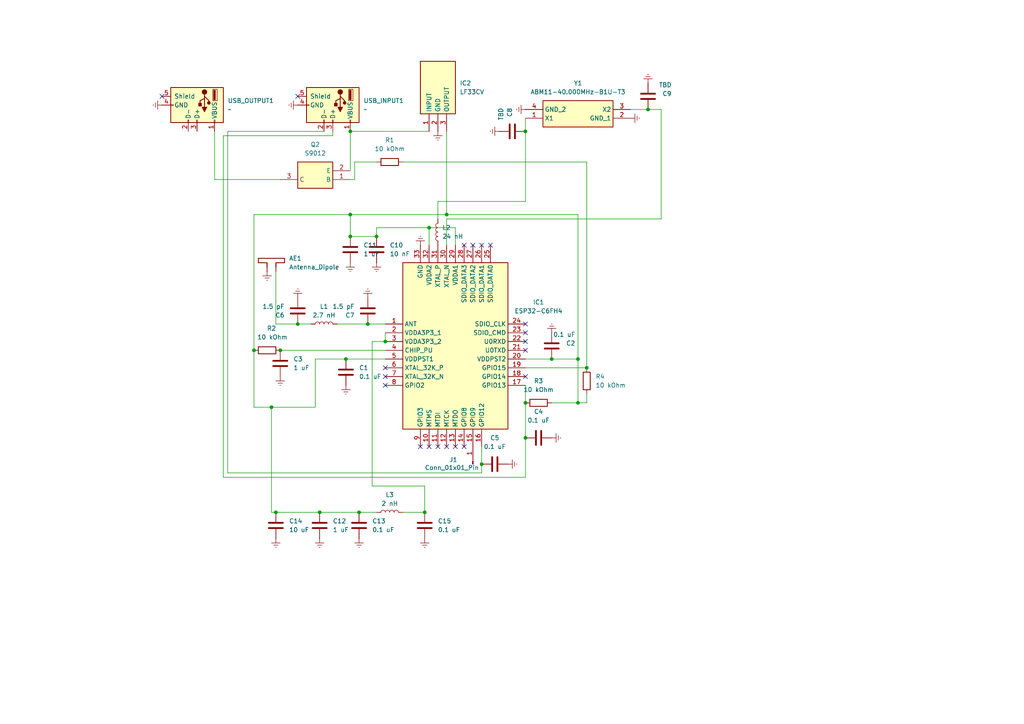
<source format=kicad_sch>
(kicad_sch (version 20231120) (generator "eeschema") (generator_version "8.0")
  (paper "A4")
  (lib_symbols
    (symbol "ABM11:ABM11-40.000MHz-B1U-T3"
      (property "Reference" "Y" (at 26.67 7.62 0))
      (property "Value" "ABM11-40.000MHz-B1U-T3" (at 26.67 5.08 0))
      (symbol "ABM11-40.000MHz-B1U-T3_1_1"
        (rectangle (start 5.08 2.54) (end 25.4 -5.08) (stroke (width 0.254)) (fill (type background)))
        (pin passive line (at 0 -2.54 0) (length 5.08) (name "X1") (number "1"))
        (pin passive line (at 30.48 -2.54 180) (length 5.08) (name "GND_1") (number "2"))
        (pin passive line (at 30.48 0 180) (length 5.08) (name "X2") (number "3"))
        (pin passive line (at 0 0 0) (length 5.08) (name "GND_2") (number "4"))
      )
    )
    (symbol "Connector:Conn_01x01_Pin" (pin_names (offset 1.016) hide)
      (property "Reference" "J" (at 0 2.54 0))
      (property "Value" "Conn_01x01_Pin" (at 0 -2.54 0))
      (symbol "Conn_01x01_Pin_1_1"
        (polyline (pts (xy 1.27 0) (xy 0.8636 0)) (stroke (width 0.1524)))
        (rectangle (start 0.8636 0.127) (end 0 -0.127) (stroke (width 0.1524)) (fill (type outline)))
        (pin passive line (at 5.08 0 180) (length 3.81) (name "Pin_1") (number "1"))
      )
    )
    (symbol "Connector:USB_A" (pin_names (offset 1.016))
      (property "Reference" "J" (at -5.08 11.43 0))
      (property "Value" "USB_A" (at -5.08 8.89 0))
      (symbol "USB_A_0_1"
        (rectangle (start -5.08 -7.62) (end 5.08 7.62) (stroke (width 0.254)) (fill (type background)))
        (circle (center -3.81 2.159) (radius 0.635) (stroke (width 0.254)) (fill (type outline)))
        (rectangle (start -1.524 4.826) (end -4.318 5.334) (fill (type outline)))
        (rectangle (start -1.27 4.572) (end -4.572 5.842))
        (circle (center -0.635 3.429) (radius 0.381) (stroke (width 0.254)) (fill (type outline)))
        (rectangle (start -0.127 -7.62) (end 0.127 -6.858))
        (polyline (pts (xy -3.175 2.159) (xy -2.54 2.159) (xy -1.27 3.429) (xy -0.635 3.429)) (stroke (width 0.254)))
        (polyline (pts (xy -2.54 2.159) (xy -1.905 2.159) (xy -1.27 0.889) (xy 0 0.889)) (stroke (width 0.254)))
        (polyline (pts (xy 0.635 2.794) (xy 0.635 1.524) (xy 1.905 2.159) (xy 0.635 2.794)) (stroke (width 0.254)) (fill (type outline)))
        (rectangle (start 0.254 1.27) (end -0.508 0.508) (stroke (width 0.254)) (fill (type outline)))
        (rectangle (start 5.08 -2.667) (end 4.318 -2.413))
        (rectangle (start 5.08 -0.127) (end 4.318 0.127))
        (rectangle (start 5.08 4.953) (end 4.318 5.207))
      )
      (symbol "USB_A_1_1"
        (polyline (pts (xy -1.905 2.159) (xy 0.635 2.159)) (stroke (width 0.254)))
        (pin power_in line (at 7.62 5.08 180) (length 2.54) (name "VBUS") (number "1"))
        (pin bidirectional line (at 7.62 -2.54 180) (length 2.54) (name "D-") (number "2"))
        (pin bidirectional line (at 7.62 0 180) (length 2.54) (name "D+") (number "3"))
        (pin power_in line (at 0 -10.16 90) (length 2.54) (name "GND") (number "4"))
        (pin passive line (at -2.54 -10.16 90) (length 2.54) (name "Shield") (number "5"))
      )
    )
    (symbol "Device:Antenna_Dipole" (pin_numbers hide) (pin_names (offset 1.016) hide)
      (property "Reference" "AE" (at 1.27 1.27 0))
      (property "Value" "Antenna_Dipole" (at 1.27 0 0))
      (symbol "Antenna_Dipole_0_1"
        (polyline (pts (xy 2.54 -3.81) (xy 2.54 -2.54) (xy 5.08 -2.54) (xy 5.08 -1.27) (xy -2.54 -1.27) (xy -2.54 -2.54) (xy 0 -2.54) (xy 0 -3.81)) (stroke (width 0.254)))
      )
      (symbol "Antenna_Dipole_1_1"
        (pin input line (at 0 -5.08 90) (length 2.54) (name "~") (number "1"))
        (pin input line (at 2.54 -5.08 90) (length 2.54) (name "~") (number "2"))
      )
    )
    (symbol "Device:C" (pin_numbers hide) (pin_names (offset 0.254))
      (property "Reference" "C" (at 0.635 2.54 0))
      (property "Value" "C" (at 0.635 -2.54 0))
      (symbol "C_0_1"
        (polyline (pts (xy -2.032 -0.762) (xy 2.032 -0.762)) (stroke (width 0.508)))
        (polyline (pts (xy -2.032 0.762) (xy 2.032 0.762)) (stroke (width 0.508)))
      )
      (symbol "C_1_1"
        (pin passive line (at 0 3.81 270) (length 2.794) (name "~") (number "1"))
        (pin passive line (at 0 -3.81 90) (length 2.794) (name "~") (number "2"))
      )
    )
    (symbol "Device:L" (pin_numbers hide) (pin_names (offset 1.016) hide)
      (property "Reference" "L" (at -1.27 0 90))
      (property "Value" "L" (at 1.905 0 90))
      (symbol "L_0_1"
        (arc (start 0 -2.54) (mid 0.6323 -1.905) (end 0 -1.27))
        (arc (start 0 -1.27) (mid 0.6323 -0.635) (end 0 0))
        (arc (start 0 0) (mid 0.6323 0.635) (end 0 1.27))
        (arc (start 0 1.27) (mid 0.6323 1.905) (end 0 2.54))
      )
      (symbol "L_1_1"
        (pin passive line (at 0 3.81 270) (length 1.27) (name "1") (number "1"))
        (pin passive line (at 0 -3.81 90) (length 1.27) (name "2") (number "2"))
      )
    )
    (symbol "Device:R" (pin_numbers hide) (pin_names (offset 0))
      (property "Reference" "R" (at 2.032 0 90))
      (property "Value" "R" (at 0 0 90))
      (symbol "R_0_1"
        (rectangle (start -1.016 -2.54) (end 1.016 2.54) (stroke (width 0.254)))
      )
      (symbol "R_1_1"
        (pin passive line (at 0 3.81 270) (length 1.27) (name "~") (number "1"))
        (pin passive line (at 0 -3.81 90) (length 1.27) (name "~") (number "2"))
      )
    )
    (symbol "ESP32-C6FH4:ESP32-C6FH4"
      (property "Reference" "IC" (at 36.83 22.86 0))
      (property "Value" "ESP32-C6FH4" (at 36.83 20.32 0))
      (symbol "ESP32-C6FH4_1_1"
        (rectangle (start 5.08 17.78) (end 35.56 -30.48) (stroke (width 0.254)) (fill (type background)))
        (pin passive line (at 0 0 0) (length 5.08) (name "ANT") (number "1"))
        (pin passive line (at 12.7 -35.56 90) (length 5.08) (name "MTMS") (number "10"))
        (pin passive line (at 15.24 -35.56 90) (length 5.08) (name "MTDI") (number "11"))
        (pin passive line (at 17.78 -35.56 90) (length 5.08) (name "MTCK") (number "12"))
        (pin passive line (at 20.32 -35.56 90) (length 5.08) (name "MTDO") (number "13"))
        (pin passive line (at 22.86 -35.56 90) (length 5.08) (name "GPIO8") (number "14"))
        (pin passive line (at 25.4 -35.56 90) (length 5.08) (name "GPIO9") (number "15"))
        (pin passive line (at 27.94 -35.56 90) (length 5.08) (name "GPIO12") (number "16"))
        (pin passive line (at 40.64 -17.78 180) (length 5.08) (name "GPIO13") (number "17"))
        (pin passive line (at 40.64 -15.24 180) (length 5.08) (name "GPIO14") (number "18"))
        (pin passive line (at 40.64 -12.7 180) (length 5.08) (name "GPIO15") (number "19"))
        (pin passive line (at 0 -2.54 0) (length 5.08) (name "VDDA3P3_1") (number "2"))
        (pin passive line (at 40.64 -10.16 180) (length 5.08) (name "VDDPST2") (number "20"))
        (pin passive line (at 40.64 -7.62 180) (length 5.08) (name "U0TXD") (number "21"))
        (pin passive line (at 40.64 -5.08 180) (length 5.08) (name "U0RXD") (number "22"))
        (pin passive line (at 40.64 -2.54 180) (length 5.08) (name "SDIO_CMD") (number "23"))
        (pin passive line (at 40.64 0 180) (length 5.08) (name "SDIO_CLK") (number "24"))
        (pin passive line (at 30.48 22.86 270) (length 5.08) (name "SDIO_DATA0") (number "25"))
        (pin passive line (at 27.94 22.86 270) (length 5.08) (name "SDIO_DATA1") (number "26"))
        (pin passive line (at 25.4 22.86 270) (length 5.08) (name "SDIO_DATA2") (number "27"))
        (pin passive line (at 22.86 22.86 270) (length 5.08) (name "SDIO_DATA3") (number "28"))
        (pin passive line (at 20.32 22.86 270) (length 5.08) (name "VDDA1") (number "29"))
        (pin passive line (at 0 -5.08 0) (length 5.08) (name "VDDA3P3_2") (number "3"))
        (pin passive line (at 17.78 22.86 270) (length 5.08) (name "XTAL_N") (number "30"))
        (pin passive line (at 15.24 22.86 270) (length 5.08) (name "XTAL_P") (number "31"))
        (pin passive line (at 12.7 22.86 270) (length 5.08) (name "VDDA2") (number "32"))
        (pin passive line (at 10.16 22.86 270) (length 5.08) (name "GND") (number "33"))
        (pin passive line (at 0 -7.62 0) (length 5.08) (name "CHIP_PU") (number "4"))
        (pin passive line (at 0 -10.16 0) (length 5.08) (name "VDDPST1") (number "5"))
        (pin passive line (at 0 -12.7 0) (length 5.08) (name "XTAL_32K_P") (number "6"))
        (pin passive line (at 0 -15.24 0) (length 5.08) (name "XTAL_32K_N") (number "7"))
        (pin passive line (at 0 -17.78 0) (length 5.08) (name "GPIO2") (number "8"))
        (pin passive line (at 10.16 -35.56 90) (length 5.08) (name "GPIO3") (number "9"))
      )
    )
    (symbol "LF33CV:LF33CV"
      (property "Reference" "IC" (at 21.59 7.62 0))
      (property "Value" "LF33CV" (at 21.59 5.08 0))
      (symbol "LF33CV_1_1"
        (rectangle (start 5.08 2.54) (end 20.32 -7.62) (stroke (width 0.254)) (fill (type background)))
        (pin passive line (at 0 0 0) (length 5.08) (name "INPUT") (number "1"))
        (pin passive line (at 0 -2.54 0) (length 5.08) (name "GND") (number "2"))
        (pin passive line (at 0 -5.08 0) (length 5.08) (name "OUTPUT") (number "3"))
      )
    )
    (symbol "S9012:MMS9012-L-TP"
      (property "Reference" "Q" (at 16.51 7.62 0))
      (property "Value" "MMS9012-L-TP" (at 16.51 5.08 0))
      (symbol "MMS9012-L-TP_1_1"
        (rectangle (start 5.08 2.54) (end 15.24 -5.08) (stroke (width 0.254)) (fill (type background)))
        (pin passive line (at 0 0 0) (length 5.08) (name "B") (number "1"))
        (pin passive line (at 0 -2.54 0) (length 5.08) (name "E") (number "2"))
        (pin passive line (at 20.32 0 180) (length 5.08) (name "C") (number "3"))
      )
    )
    (symbol "power:GNDREF" (power) (pin_numbers hide) (pin_names (offset 0) hide)
      (property "Value" "GNDREF" (at 0 -3.81 0))
      (symbol "GNDREF_0_1"
        (polyline (pts (xy -0.635 -1.905) (xy 0.635 -1.905)))
        (polyline (pts (xy -0.127 -2.54) (xy 0.127 -2.54)))
        (polyline (pts (xy 0 -1.27) (xy 0 0)))
        (polyline (pts (xy 1.27 -1.27) (xy -1.27 -1.27)))
      )
      (symbol "GNDREF_1_1"
        (pin power_in line (at 0 0 270) (length 0) (name "~") (number "1"))
      )
    )
  )
  (junction (at 111.76 99.06))
  (junction (at 170.18 106.68))
  (junction (at 81.28 101.6))
  (junction (at 129.54 62.23))
  (junction (at 187.96 31.75))
  (junction (at 100.33 104.14))
  (junction (at 101.6 68.58))
  (junction (at 167.64 116.84))
  (junction (at 123.19 148.59))
  (junction (at 78.74 118.11))
  (junction (at 139.7 134.62))
  (junction (at 101.6 62.23))
  (junction (at 152.4 116.84))
  (junction (at 86.36 93.98))
  (junction (at 160.02 104.14))
  (junction (at 109.22 68.58))
  (junction (at 106.68 93.98))
  (junction (at 80.01 148.59))
  (junction (at 73.66 101.6))
  (junction (at 101.6 38.1))
  (junction (at 152.4 127))
  (junction (at 104.14 148.59))
  (junction (at 124.46 66.04))
  (junction (at 167.64 104.14))
  (junction (at 152.4 38.1))
  (junction (at 92.71 148.59))
  (no_connect (at 111.76 111.76))
  (no_connect (at 132.08 129.54))
  (no_connect (at 86.36 27.94))
  (no_connect (at 127 129.54))
  (no_connect (at 152.4 96.52))
  (no_connect (at 121.92 129.54))
  (no_connect (at 124.46 129.54))
  (no_connect (at 152.4 109.22))
  (no_connect (at 142.24 71.12))
  (no_connect (at 111.76 106.68))
  (no_connect (at 152.4 101.6))
  (no_connect (at 129.54 129.54))
  (no_connect (at 111.76 109.22))
  (no_connect (at 152.4 93.98))
  (no_connect (at 137.16 71.12))
  (no_connect (at 46.99 27.94))
  (no_connect (at 139.7 71.12))
  (no_connect (at 134.62 129.54))
  (no_connect (at 134.62 71.12))
  (no_connect (at 152.4 99.06))
  (wire (pts (xy 170.18 106.68) (xy 170.18 46.99)))
  (wire (pts (xy 66.04 38.1) (xy 93.98 38.1)))
  (wire (pts (xy 129.54 38.1) (xy 129.54 62.23)))
  (wire (pts (xy 123.19 140.97) (xy 123.19 148.59)))
  (wire (pts (xy 127 58.42) (xy 152.4 58.42)))
  (wire (pts (xy 160.02 116.84) (xy 167.64 116.84)))
  (wire (pts (xy 102.87 46.99) (xy 109.22 46.99)))
  (wire (pts (xy 66.04 137.16) (xy 66.04 38.1)))
  (wire (pts (xy 101.6 62.23) (xy 129.54 62.23)))
  (wire (pts (xy 111.76 96.52) (xy 111.76 99.06)))
  (wire (pts (xy 64.77 39.37) (xy 96.52 39.37)))
  (wire (pts (xy 80.01 148.59) (xy 92.71 148.59)))
  (wire (pts (xy 91.44 118.11) (xy 78.74 118.11)))
  (wire (pts (xy 132.08 66.04) (xy 124.46 66.04)))
  (wire (pts (xy 139.7 137.16) (xy 66.04 137.16)))
  (wire (pts (xy 107.95 99.06) (xy 107.95 140.97)))
  (wire (pts (xy 152.4 106.68) (xy 170.18 106.68)))
  (wire (pts (xy 187.96 31.75) (xy 182.88 31.75)))
  (wire (pts (xy 152.4 116.84) (xy 152.4 127)))
  (wire (pts (xy 102.87 52.07) (xy 102.87 46.99)))
  (wire (pts (xy 170.18 116.84) (xy 167.64 116.84)))
  (wire (pts (xy 132.08 71.12) (xy 132.08 66.04)))
  (wire (pts (xy 81.28 101.6) (xy 111.76 101.6)))
  (wire (pts (xy 152.4 111.76) (xy 152.4 116.84)))
  (wire (pts (xy 160.02 104.14) (xy 167.64 104.14)))
  (wire (pts (xy 152.4 127) (xy 152.4 138.43)))
  (wire (pts (xy 100.33 104.14) (xy 91.44 104.14)))
  (wire (pts (xy 101.6 38.1) (xy 101.6 49.53)))
  (wire (pts (xy 80.01 93.98) (xy 86.36 93.98)))
  (wire (pts (xy 78.74 118.11) (xy 73.66 118.11)))
  (wire (pts (xy 101.6 62.23) (xy 101.6 68.58)))
  (wire (pts (xy 73.66 118.11) (xy 73.66 101.6)))
  (wire (pts (xy 64.77 138.43) (xy 64.77 39.37)))
  (wire (pts (xy 92.71 148.59) (xy 104.14 148.59)))
  (wire (pts (xy 152.4 138.43) (xy 64.77 138.43)))
  (wire (pts (xy 127 63.5) (xy 127 58.42)))
  (wire (pts (xy 129.54 62.23) (xy 167.64 62.23)))
  (wire (pts (xy 101.6 52.07) (xy 102.87 52.07)))
  (wire (pts (xy 106.68 93.98) (xy 111.76 93.98)))
  (wire (pts (xy 129.54 63.5) (xy 191.77 63.5)))
  (wire (pts (xy 116.84 148.59) (xy 123.19 148.59)))
  (wire (pts (xy 191.77 31.75) (xy 187.96 31.75)))
  (wire (pts (xy 191.77 63.5) (xy 191.77 31.75)))
  (wire (pts (xy 62.23 52.07) (xy 62.23 38.1)))
  (wire (pts (xy 129.54 71.12) (xy 129.54 63.5)))
  (wire (pts (xy 170.18 114.3) (xy 170.18 116.84)))
  (wire (pts (xy 152.4 58.42) (xy 152.4 38.1)))
  (wire (pts (xy 152.4 104.14) (xy 160.02 104.14)))
  (wire (pts (xy 167.64 104.14) (xy 167.64 62.23)))
  (wire (pts (xy 80.01 148.59) (xy 78.74 148.59)))
  (wire (pts (xy 81.28 52.07) (xy 62.23 52.07)))
  (wire (pts (xy 111.76 104.14) (xy 100.33 104.14)))
  (wire (pts (xy 97.79 93.98) (xy 106.68 93.98)))
  (wire (pts (xy 124.46 66.04) (xy 109.22 66.04)))
  (wire (pts (xy 96.52 39.37) (xy 96.52 38.1)))
  (wire (pts (xy 111.76 99.06) (xy 107.95 99.06)))
  (wire (pts (xy 167.64 116.84) (xy 167.64 104.14)))
  (wire (pts (xy 139.7 134.62) (xy 139.7 137.16)))
  (wire (pts (xy 101.6 68.58) (xy 109.22 68.58)))
  (wire (pts (xy 80.01 78.74) (xy 80.01 93.98)))
  (wire (pts (xy 139.7 129.54) (xy 139.7 134.62)))
  (wire (pts (xy 104.14 148.59) (xy 109.22 148.59)))
  (wire (pts (xy 152.4 38.1) (xy 152.4 34.29)))
  (wire (pts (xy 124.46 66.04) (xy 124.46 71.12)))
  (wire (pts (xy 78.74 148.59) (xy 78.74 118.11)))
  (wire (pts (xy 73.66 62.23) (xy 101.6 62.23)))
  (wire (pts (xy 107.95 140.97) (xy 123.19 140.97)))
  (wire (pts (xy 86.36 93.98) (xy 90.17 93.98)))
  (wire (pts (xy 109.22 66.04) (xy 109.22 68.58)))
  (wire (pts (xy 170.18 46.99) (xy 116.84 46.99)))
  (wire (pts (xy 73.66 62.23) (xy 73.66 101.6)))
  (wire (pts (xy 101.6 38.1) (xy 124.46 38.1)))
  (wire (pts (xy 91.44 104.14) (xy 91.44 118.11)))
  (symbol (lib_id "power:GNDREF") (at 109.22 76.2 0) (unit 1)
    (property "Reference" "#PWR017" (effects (hide yes)))
    (property "Value" "GNDREF" (effects (hide yes)))
    (property "Description" "Power symbol creates a global label with name \"GNDREF\" , reference supply ground" (effects (hide yes)))
  )
  (symbol (lib_id "power:GNDREF") (at 92.71 156.21 0) (unit 1)
    (property "Reference" "#PWR021" (effects (hide yes)))
    (property "Value" "GNDREF" (effects (hide yes)))
    (property "Description" "Power symbol creates a global label with name \"GNDREF\" , reference supply ground" (effects (hide yes)))
  )
  (symbol (lib_id "Connector:USB_A") (at 57.15 30.48 270) (unit 1)
    (property "Reference" "USB_OUTPUT1" (at 66.04 29.2099 90) (effects (justify left)))
    (property "Value" "~" (at 66.04 31.7499 90) (effects (justify left)))
    (property "Datasheet" " ~" (effects (hide yes)))
    (property "Description" "USB Type A connector" (effects (hide yes)))
  )
  (symbol (lib_id "power:GNDREF") (at 80.01 156.21 0) (unit 1)
    (property "Reference" "#PWR022" (effects (hide yes)))
    (property "Value" "GNDREF" (effects (hide yes)))
    (property "Description" "Power symbol creates a global label with name \"GNDREF\" , reference supply ground" (effects (hide yes)))
  )
  (symbol (lib_id "Device:L") (at 113.03 148.59 90) (unit 1)
    (property "Reference" "L3" (at 113.03 143.51 90))
    (property "Value" "2 nH" (at 113.03 146.05 90))
    (property "Footprint" "Inductor_SMD:L_0402_1005Metric" (effects (hide yes)))
    (property "Description" "Inductor" (effects (hide yes)))
  )
  (symbol (lib_id "S9012:MMS9012-L-TP") (at 101.6 52.07 180) (unit 1)
    (property "Reference" "Q2" (at 91.44 41.91 0))
    (property "Value" "S9012" (at 91.44 44.45 0))
    (property "Footprint" "SOT95P237X125-3N" (effects (hide yes)))
    (property "Datasheet" "https://datasheet.lcsc.com/lcsc/2101051034_GOODWORK-S9012_C909748.pdf" (effects (hide yes)))
    (property "Description" "Small Signal Bipolar Transistors" (effects (hide yes)))
    (property "Manufacturer" "GOODWORK" (effects (hide yes)))
    (property "Mfg Part #" "S9012" (effects (hide yes)))
    (property "LCSC" "C909748" (effects (hide yes)))
    (property "Package/Footprint" "SOT-23" (effects (hide yes)))
    (property "Type" "SMD" (effects (hide yes)))
  )
  (symbol (lib_id "power:GNDREF") (at 160.02 96.52 180) (unit 1)
    (property "Reference" "#PWR05" (effects (hide yes)))
    (property "Value" "GNDREF" (effects (hide yes)))
    (property "Description" "Power symbol creates a global label with name \"GNDREF\" , reference supply ground" (effects (hide yes)))
  )
  (symbol (lib_id "Device:L") (at 127 67.31 180) (unit 1)
    (property "Reference" "L2" (at 128.27 66.0399 0) (effects (justify right)))
    (property "Value" "24 nH" (at 128.27 68.5799 0) (effects (justify right)))
    (property "Footprint" "Inductor_SMD:L_0402_1005Metric" (effects (hide yes)))
    (property "Description" "Inductor" (effects (hide yes)))
  )
  (symbol (lib_id "Device:C") (at 148.59 38.1 270) (unit 1)
    (property "Reference" "C8" (at 147.828 31.242 0) (effects (justify left)))
    (property "Value" "TBD" (at 145.288 31.242 0) (effects (justify left)))
    (property "Footprint" "Capacitor_SMD:C_0402_1005Metric" (effects (hide yes)))
    (property "Description" "Unpolarized capacitor" (effects (hide yes)))
  )
  (symbol (lib_id "power:GNDREF") (at 127 38.1 0) (unit 1)
    (property "Reference" "#PWR03" (effects (hide yes)))
    (property "Value" "GNDREF" (effects (hide yes)))
    (property "Description" "Power symbol creates a global label with name \"GNDREF\" , reference supply ground" (effects (hide yes)))
  )
  (symbol (lib_id "Device:R") (at 77.47 101.6 90) (unit 1)
    (property "Reference" "R2" (at 78.74 95.25 90))
    (property "Value" "10 kOhm" (at 78.994 97.79 90))
    (property "Footprint" "Resistor_SMD:R_0402_1005Metric" (effects (hide yes)))
    (property "Datasheet" "https://datasheet.lcsc.com/lcsc/2206010100_UNI-ROYAL-Uniroyal-Elec-0402WGF1002TCE_C25744.pdf" (effects (hide yes)))
    (property "Description" "Resistor" (effects (hide yes)))
    (property "LCSC" "C25744" (effects (hide yes)))
    (property "Manufacturer" "UNI-ROYAL(Uniroyal Elec)" (effects (hide yes)))
    (property "Mfg Part #" "0402WGF1002TCE" (effects (hide yes)))
    (property "Package/Footprint" "0402" (effects (hide yes)))
    (property "Type" "SMD" (effects (hide yes)))
  )
  (symbol (lib_id "power:GNDREF") (at 100.33 111.76 0) (unit 1)
    (property "Reference" "#PWR04" (effects (hide yes)))
    (property "Value" "GNDREF" (effects (hide yes)))
    (property "Description" "Power symbol creates a global label with name \"GNDREF\" , reference supply ground" (effects (hide yes)))
  )
  (symbol (lib_id "Device:R") (at 156.21 116.84 90) (unit 1)
    (property "Reference" "R3" (at 156.21 110.49 90))
    (property "Value" "10 kOhm" (at 156.21 113.03 90))
    (property "Footprint" "Resistor_SMD:R_0402_1005Metric" (effects (hide yes)))
    (property "Datasheet" "https://datasheet.lcsc.com/lcsc/2206010100_UNI-ROYAL-Uniroyal-Elec-0402WGF1002TCE_C25744.pdf" (effects (hide yes)))
    (property "Description" "Resistor" (effects (hide yes)))
    (property "LCSC" "C25744" (effects (hide yes)))
    (property "Manufacturer" "UNI-ROYAL(Uniroyal Elec)" (effects (hide yes)))
    (property "Mfg Part #" "0402WGF1002TCE" (effects (hide yes)))
    (property "Package/Footprint" "0402" (effects (hide yes)))
    (property "Type" "SMD" (effects (hide yes)))
  )
  (symbol (lib_id "power:GNDREF") (at 144.78 38.1 270) (unit 1)
    (property "Reference" "#PWR015" (effects (hide yes)))
    (property "Value" "GNDREF" (effects (hide yes)))
    (property "Description" "Power symbol creates a global label with name \"GNDREF\" , reference supply ground" (effects (hide yes)))
  )
  (symbol (lib_id "Device:L") (at 93.98 93.98 90) (unit 1)
    (property "Reference" "L1" (at 93.98 88.9 90))
    (property "Value" "2.7 nH" (at 93.98 91.44 90))
    (property "Footprint" "Inductor_SMD:L_0402_1005Metric" (effects (hide yes)))
    (property "Description" "Inductor" (effects (hide yes)))
  )
  (symbol (lib_id "Connector:Conn_01x01_Pin") (at 137.16 134.62 90) (unit 1)
    (property "Reference" "J1" (at 130.302 133.35 90) (effects (justify right)))
    (property "Value" "Conn_01x01_Pin" (at 123.19 135.636 90) (effects (justify right)))
    (property "Description" "Generic connector, single row, 01x01, script generated" (effects (hide yes)))
  )
  (symbol (lib_id "Device:C") (at 104.14 152.4 0) (unit 1)
    (property "Reference" "C13" (at 107.95 151.1299 0) (effects (justify left)))
    (property "Value" "0.1 uF" (at 107.95 153.6699 0) (effects (justify left)))
    (property "Footprint" "Capacitor_SMD:C_0402_1005Metric" (effects (hide yes)))
    (property "Datasheet" "https://datasheet.lcsc.com/lcsc/2304140030_Samsung-Electro-Mechanics-CL05B104KO5NNNC_C1525.pdf" (effects (hide yes)))
    (property "Description" "16V 100nF X7R ±10% 0402 Multilayer Ceramic Capacitors MLCC - SMD/SMT ROHS" (effects (hide yes)))
    (property "LCSC" "C1525" (effects (hide yes)))
    (property "Manufacturer" "Samsung Electro-Mechanics" (effects (hide yes)))
    (property "Mfg Part #" "CL05B104KO5NNNC" (effects (hide yes)))
    (property "Package/Footprint" "0402" (effects (hide yes)))
    (property "Type" "SMD" (effects (hide yes)))
  )
  (symbol (lib_id "Device:Antenna_Dipole") (at 77.47 73.66 0) (unit 1)
    (property "Reference" "AE1" (at 83.82 74.9299 0) (effects (justify left)))
    (property "Value" "Antenna_Dipole" (at 83.82 77.4699 0) (effects (justify left)))
    (property "Footprint" "RF_Antenna:Texas_SWRA117D_2.4GHz_Left" (effects (hide yes)))
    (property "Description" "Wifi Antenna" (effects (hide yes)))
  )
  (symbol (lib_id "power:GNDREF") (at 81.28 109.22 0) (unit 1)
    (property "Reference" "#PWR07" (effects (hide yes)))
    (property "Value" "GNDREF" (effects (hide yes)))
    (property "Description" "Power symbol creates a global label with name \"GNDREF\" , reference supply ground" (effects (hide yes)))
  )
  (symbol (lib_id "Device:C") (at 106.68 90.17 180) (unit 1)
    (property "Reference" "C7" (at 102.87 91.4401 0) (effects (justify left)))
    (property "Value" "1.5 pF" (at 102.87 88.9001 0) (effects (justify left)))
    (property "Footprint" "Capacitor_SMD:C_0402_1005Metric" (effects (hide yes)))
    (property "Description" "Unpolarized capacitor" (effects (hide yes)))
  )
  (symbol (lib_id "Device:C") (at 92.71 152.4 0) (unit 1)
    (property "Reference" "C12" (at 96.52 151.1299 0) (effects (justify left)))
    (property "Value" "1 uF" (at 96.52 153.6699 0) (effects (justify left)))
    (property "Footprint" "Capacitor_SMD:C_0402_1005Metric" (effects (hide yes)))
    (property "Datasheet" "https://datasheet.lcsc.com/lcsc/2304140030_Samsung-Electro-Mechanics-CL05A105KA5NQNC_C52923.pdf" (effects (hide yes)))
    (property "Description" "25V 1uF X5R ±10% 0402 Multilayer Ceramic Capacitors MLCC - SMD/SMT ROHS" (effects (hide yes)))
    (property "Manufacturer" "Samsung Electro-Mechanics" (effects (hide yes)))
    (property "LCSC" "C52923" (effects (hide yes)))
    (property "Mfg Part #" "CL05A105KA5NQNC" (effects (hide yes)))
    (property "Package/Footprint" "0402" (effects (hide yes)))
    (property "Type" "SMD" (effects (hide yes)))
  )
  (symbol (lib_id "power:GNDREF") (at 152.4 31.75 270) (unit 1)
    (property "Reference" "#PWR013" (effects (hide yes)))
    (property "Value" "GNDREF" (effects (hide yes)))
    (property "Description" "Power symbol creates a global label with name \"GNDREF\" , reference supply ground" (effects (hide yes)))
  )
  (symbol (lib_id "Device:C") (at 101.6 72.39 0) (unit 1)
    (property "Reference" "C11" (at 105.41 71.1199 0) (effects (justify left)))
    (property "Value" "1 uF" (at 105.41 73.6599 0) (effects (justify left)))
    (property "Footprint" "Capacitor_SMD:C_0402_1005Metric" (effects (hide yes)))
    (property "Datasheet" "https://datasheet.lcsc.com/lcsc/2304140030_Samsung-Electro-Mechanics-CL05A105KA5NQNC_C52923.pdf" (effects (hide yes)))
    (property "Description" "25V 1uF X5R ±10% 0402 Multilayer Ceramic Capacitors MLCC - SMD/SMT ROHS" (effects (hide yes)))
    (property "Manufacturer" "Samsung Electro-Mechanics" (effects (hide yes)))
    (property "LCSC" "C52923" (effects (hide yes)))
    (property "Mfg Part #" "CL05A105KA5NQNC" (effects (hide yes)))
    (property "Package/Footprint" "0402" (effects (hide yes)))
    (property "Type" "SMD" (effects (hide yes)))
  )
  (symbol (lib_id "Device:C") (at 156.21 127 90) (unit 1)
    (property "Reference" "C4" (at 156.21 119.38 90))
    (property "Value" "0.1 uF" (at 156.21 121.92 90))
    (property "Footprint" "Capacitor_SMD:C_0402_1005Metric" (effects (hide yes)))
    (property "Datasheet" "https://datasheet.lcsc.com/lcsc/2304140030_Samsung-Electro-Mechanics-CL05B104KO5NNNC_C1525.pdf" (effects (hide yes)))
    (property "Description" "16V 100nF X7R ±10% 0402 Multilayer Ceramic Capacitors MLCC - SMD/SMT ROHS" (effects (hide yes)))
    (property "LCSC" "C1525" (effects (hide yes)))
    (property "Manufacturer" "Samsung Electro-Mechanics" (effects (hide yes)))
    (property "Mfg Part #" "CL05B104KO5NNNC" (effects (hide yes)))
    (property "Package/Footprint" "0402" (effects (hide yes)))
    (property "Type" "SMD" (effects (hide yes)))
  )
  (symbol (lib_id "power:GNDREF") (at 123.19 156.21 0) (unit 1)
    (property "Reference" "#PWR019" (effects (hide yes)))
    (property "Value" "GNDREF" (effects (hide yes)))
    (property "Description" "Power symbol creates a global label with name \"GNDREF\" , reference supply ground" (effects (hide yes)))
  )
  (symbol (lib_id "power:GNDREF") (at 106.68 86.36 180) (unit 1)
    (property "Reference" "#PWR012" (effects (hide yes)))
    (property "Value" "GNDREF" (effects (hide yes)))
    (property "Description" "Power symbol creates a global label with name \"GNDREF\" , reference supply ground" (effects (hide yes)))
  )
  (symbol (lib_id "power:GNDREF") (at 187.96 24.13 180) (unit 1)
    (property "Reference" "#PWR016" (effects (hide yes)))
    (property "Value" "GNDREF" (effects (hide yes)))
    (property "Description" "Power symbol creates a global label with name \"GNDREF\" , reference supply ground" (effects (hide yes)))
  )
  (symbol (lib_id "ABM11:ABM11-40.000MHz-B1U-T3") (at 152.4 31.75 0) (unit 1)
    (property "Reference" "Y1" (at 167.64 24.13 0))
    (property "Value" "ABM11-40.000MHz-B1U-T3" (at 167.64 26.67 0))
    (property "Footprint" "ABM11" (effects (hide yes)))
    (property "Datasheet" "https://abracon.com/Resonators/ABM11.pdf" (effects (hide yes)))
    (property "Description" "360 MHz XO (Standard) CML Oscillator 1.8V Enable/Disable 8-SMD, No Lead" (effects (hide yes)))
    (property "Mouser Part Number" "815-M1140000MHZB1UT3" (effects (hide yes)))
    (property "Manufacturer" "ABRACON" (effects (hide yes)))
    (property "Mfg Part #" "ABM11-40.000MHz-B1U-T3" (effects (hide yes)))
  )
  (symbol (lib_id "Device:C") (at 81.28 105.41 0) (unit 1)
    (property "Reference" "C3" (at 85.09 104.1399 0) (effects (justify left)))
    (property "Value" "1 uF" (at 85.09 106.6799 0) (effects (justify left)))
    (property "Footprint" "Capacitor_SMD:C_0402_1005Metric" (effects (hide yes)))
    (property "Datasheet" "https://datasheet.lcsc.com/lcsc/2304140030_Samsung-Electro-Mechanics-CL05A105KA5NQNC_C52923.pdf" (effects (hide yes)))
    (property "Description" "25V 1uF X5R ±10% 0402 Multilayer Ceramic Capacitors MLCC - SMD/SMT ROHS" (effects (hide yes)))
    (property "Manufacturer" "Samsung Electro-Mechanics" (effects (hide yes)))
    (property "LCSC" "C52923" (effects (hide yes)))
    (property "Mfg Part #" "CL05A105KA5NQNC" (effects (hide yes)))
    (property "Package/Footprint" "0402" (effects (hide yes)))
    (property "Type" "SMD" (effects (hide yes)))
  )
  (symbol (lib_id "power:GNDREF") (at 86.36 86.36 180) (unit 1)
    (property "Reference" "#PWR011" (effects (hide yes)))
    (property "Value" "GNDREF" (effects (hide yes)))
    (property "Description" "Power symbol creates a global label with name \"GNDREF\" , reference supply ground" (effects (hide yes)))
  )
  (symbol (lib_id "power:GNDREF") (at 101.6 76.2 0) (unit 1)
    (property "Reference" "#PWR018" (effects (hide yes)))
    (property "Value" "GNDREF" (effects (hide yes)))
    (property "Description" "Power symbol creates a global label with name \"GNDREF\" , reference supply ground" (effects (hide yes)))
  )
  (symbol (lib_id "power:GNDREF") (at 77.47 78.74 0) (unit 1)
    (property "Reference" "#PWR010" (effects (hide yes)))
    (property "Value" "GNDREF" (effects (hide yes)))
    (property "Description" "Power symbol creates a global label with name \"GNDREF\" , reference supply ground" (effects (hide yes)))
  )
  (symbol (lib_id "power:GNDREF") (at 182.88 34.29 90) (unit 1)
    (property "Reference" "#PWR014" (effects (hide yes)))
    (property "Value" "GNDREF" (effects (hide yes)))
    (property "Description" "Power symbol creates a global label with name \"GNDREF\" , reference supply ground" (effects (hide yes)))
  )
  (symbol (lib_id "Device:C") (at 100.33 107.95 0) (unit 1)
    (property "Reference" "C1" (at 104.14 106.6799 0) (effects (justify left)))
    (property "Value" "0.1 uF" (at 104.14 109.2199 0) (effects (justify left)))
    (property "Footprint" "Capacitor_SMD:C_0402_1005Metric" (effects (hide yes)))
    (property "Datasheet" "https://datasheet.lcsc.com/lcsc/2304140030_Samsung-Electro-Mechanics-CL05B104KO5NNNC_C1525.pdf" (effects (hide yes)))
    (property "Description" "16V 100nF X7R ±10% 0402 Multilayer Ceramic Capacitors MLCC - SMD/SMT ROHS" (effects (hide yes)))
    (property "LCSC" "C1525" (effects (hide yes)))
    (property "Manufacturer" "Samsung Electro-Mechanics" (effects (hide yes)))
    (property "Mfg Part #" "CL05B104KO5NNNC" (effects (hide yes)))
    (property "Package/Footprint" "0402" (effects (hide yes)))
    (property "Type" "SMD" (effects (hide yes)))
  )
  (symbol (lib_id "power:GNDREF") (at 147.32 134.62 90) (unit 1)
    (property "Reference" "#PWR09" (effects (hide yes)))
    (property "Value" "GNDREF" (effects (hide yes)))
    (property "Description" "Power symbol creates a global label with name \"GNDREF\" , reference supply ground" (effects (hide yes)))
  )
  (symbol (lib_id "Device:R") (at 170.18 110.49 180) (unit 1)
    (property "Reference" "R4" (at 172.72 109.2199 0) (effects (justify right)))
    (property "Value" "10 kOhm" (at 172.72 111.7599 0) (effects (justify right)))
    (property "Footprint" "Resistor_SMD:R_0402_1005Metric" (effects (hide yes)))
    (property "Datasheet" "https://datasheet.lcsc.com/lcsc/2206010100_UNI-ROYAL-Uniroyal-Elec-0402WGF1002TCE_C25744.pdf" (effects (hide yes)))
    (property "Description" "Resistor" (effects (hide yes)))
    (property "LCSC" "C25744" (effects (hide yes)))
    (property "Manufacturer" "UNI-ROYAL(Uniroyal Elec)" (effects (hide yes)))
    (property "Mfg Part #" "0402WGF1002TCE" (effects (hide yes)))
    (property "Package/Footprint" "0402" (effects (hide yes)))
    (property "Type" "SMD" (effects (hide yes)))
  )
  (symbol (lib_id "Device:C") (at 123.19 152.4 0) (unit 1)
    (property "Reference" "C15" (at 127 151.1299 0) (effects (justify left)))
    (property "Value" "0.1 uF" (at 127 153.6699 0) (effects (justify left)))
    (property "Footprint" "Capacitor_SMD:C_0402_1005Metric" (effects (hide yes)))
    (property "Datasheet" "https://datasheet.lcsc.com/lcsc/2304140030_Samsung-Electro-Mechanics-CL05B104KO5NNNC_C1525.pdf" (effects (hide yes)))
    (property "Description" "16V 100nF X7R ±10% 0402 Multilayer Ceramic Capacitors MLCC - SMD/SMT ROHS" (effects (hide yes)))
    (property "LCSC" "C1525" (effects (hide yes)))
    (property "Manufacturer" "Samsung Electro-Mechanics" (effects (hide yes)))
    (property "Mfg Part #" "CL05B104KO5NNNC" (effects (hide yes)))
    (property "Package/Footprint" "0402" (effects (hide yes)))
    (property "Type" "SMD" (effects (hide yes)))
  )
  (symbol (lib_id "power:GNDREF") (at 160.02 127 90) (unit 1)
    (property "Reference" "#PWR08" (effects (hide yes)))
    (property "Value" "GNDREF" (effects (hide yes)))
    (property "Description" "Power symbol creates a global label with name \"GNDREF\" , reference supply ground" (effects (hide yes)))
  )
  (symbol (lib_id "power:GNDREF") (at 86.36 30.48 270) (unit 1)
    (property "Reference" "#PWR01" (effects (hide yes)))
    (property "Value" "GNDREF" (effects (hide yes)))
    (property "Description" "Power symbol creates a global label with name \"GNDREF\" , reference supply ground" (effects (hide yes)))
  )
  (symbol (lib_id "Connector:USB_A") (at 96.52 30.48 270) (unit 1)
    (property "Reference" "USB_INPUT1" (at 105.41 29.2099 90) (effects (justify left)))
    (property "Value" "~" (at 105.41 31.7499 90) (effects (justify left)))
    (property "Datasheet" " ~" (effects (hide yes)))
    (property "Description" "1 Board Edge, Straddle Mount 24P Male -55℃~+85℃ Type-C SMD USB Connectors ROHS" (effects (hide yes)))
    (property "Manufacturer" "Korean Hroparts Elec" (effects (hide yes)))
    (property "Mfg Part #" "TYPE-C-31-G-02" (effects (hide yes)))
    (property "LCSC" "C530606" (effects (hide yes)))
    (property "Package/Footprint" "SMD" (effects (hide yes)))
    (property "Type" "SMD" (effects (hide yes)))
  )
  (symbol (lib_id "LF33CV:LF33CV") (at 124.46 38.1 90) (unit 1)
    (property "Reference" "IC2" (at 133.35 24.1299 90) (effects (justify right)))
    (property "Value" "LF33CV" (at 133.35 26.6699 90) (effects (justify right)))
    (property "Footprint" "TO255P460X1020X2008-3P" (effects (hide yes)))
    (property "Datasheet" "http://www.st.com/web/en/resource/technical/document/datasheet/CD00000546.pdf" (effects (hide yes)))
    (property "Description" "LF33CV, Low Dropout Voltage Regulator, 0.5A, 3.3 V +/-2%, 3-Pin TO-220" (effects (hide yes)))
    (property "Mouser Part Number" "511-LF33CV" (effects (hide yes)))
    (property "Manufacturer" "STMicroelectronics" (effects (hide yes)))
    (property "Mfg Part #" "LF33CV" (effects (hide yes)))
  )
  (symbol (lib_id "ESP32-C6FH4:ESP32-C6FH4") (at 111.76 93.98 0) (unit 1)
    (property "Reference" "IC1" (at 156.21 87.6614 0))
    (property "Value" "ESP32-C6FH4" (at 156.21 90.2014 0))
    (property "Footprint" "ESP32-C6FH4:QFN50P500X500X90-33N" (effects (hide yes)))
    (property "Datasheet" "https://www.mouser.ch/ProductDetail/Espressif-Systems/ESP32-C6FH4?qs=sGAEpiMZZMu3sxpa5v1qriveB5Rxa06Y9iJOmwW58jU%3D" (effects (hide yes)))
    (property "Description" "Multiprotocol Modules SMD IC ESP32-C6FH4, RISC-V single-core MCU, 2.4G Wi-Fi 6 & BLE 5.0 combo, 4 MB flash, QFN 32-pin," (effects (hide yes)))
    (property "Mouser Part Number" "356-ESP32-C6FH4" (effects (hide yes)))
    (property "Manufacturer" "Espressif Systems" (effects (hide yes)))
    (property "Mfg Part #" "ESP32-C6FH4" (effects (hide yes)))
    (property "LCSC" "C6908287" (effects (hide yes)))
    (property "Package/Footprint" "QFN32_5X5" (effects (hide yes)))
    (property "Type" "SMD" (effects (hide yes)))
  )
  (symbol (lib_id "Device:C") (at 143.51 134.62 90) (unit 1)
    (property "Reference" "C5" (at 143.51 127 90))
    (property "Value" "0.1 uF" (at 143.51 129.54 90))
    (property "Footprint" "Capacitor_SMD:C_0402_1005Metric" (effects (hide yes)))
    (property "Datasheet" "https://datasheet.lcsc.com/lcsc/2304140030_Samsung-Electro-Mechanics-CL05B104KO5NNNC_C1525.pdf" (effects (hide yes)))
    (property "Description" "16V 100nF X7R ±10% 0402 Multilayer Ceramic Capacitors MLCC - SMD/SMT ROHS" (effects (hide yes)))
    (property "LCSC" "C1525" (effects (hide yes)))
    (property "Manufacturer" "Samsung Electro-Mechanics" (effects (hide yes)))
    (property "Mfg Part #" "CL05B104KO5NNNC" (effects (hide yes)))
    (property "Package/Footprint" "0402" (effects (hide yes)))
    (property "Type" "SMD" (effects (hide yes)))
  )
  (symbol (lib_id "Device:C") (at 109.22 72.39 0) (unit 1)
    (property "Reference" "C10" (at 113.03 71.1199 0) (effects (justify left)))
    (property "Value" "10 nF" (at 113.03 73.6599 0) (effects (justify left)))
    (property "Footprint" "Capacitor_SMD:C_0402_1005Metric" (effects (hide yes)))
    (property "Description" "Unpolarized capacitor" (effects (hide yes)))
  )
  (symbol (lib_id "Device:C") (at 187.96 27.94 180) (unit 1)
    (property "Reference" "C9" (at 194.818 27.178 0) (effects (justify left)))
    (property "Value" "TBD" (at 194.818 24.638 0) (effects (justify left)))
    (property "Footprint" "Capacitor_SMD:C_0402_1005Metric" (effects (hide yes)))
    (property "Description" "Unpolarized capacitor" (effects (hide yes)))
  )
  (symbol (lib_id "power:GNDREF") (at 121.92 71.12 180) (unit 1)
    (property "Reference" "#PWR02" (effects (hide yes)))
    (property "Value" "GNDREF" (effects (hide yes)))
    (property "Description" "Power symbol creates a global label with name \"GNDREF\" , reference supply ground" (effects (hide yes)))
  )
  (symbol (lib_id "power:GNDREF") (at 104.14 156.21 0) (unit 1)
    (property "Reference" "#PWR020" (effects (hide yes)))
    (property "Value" "GNDREF" (effects (hide yes)))
    (property "Description" "Power symbol creates a global label with name \"GNDREF\" , reference supply ground" (effects (hide yes)))
  )
  (symbol (lib_id "power:GNDREF") (at 46.99 30.48 270) (unit 1)
    (property "Reference" "#PWR06" (effects (hide yes)))
    (property "Value" "GNDREF" (effects (hide yes)))
    (property "Description" "Power symbol creates a global label with name \"GNDREF\" , reference supply ground" (effects (hide yes)))
  )
  (symbol (lib_id "Device:C") (at 86.36 90.17 180) (unit 1)
    (property "Reference" "C6" (at 82.55 91.4401 0) (effects (justify left)))
    (property "Value" "1.5 pF" (at 82.55 88.9001 0) (effects (justify left)))
    (property "Footprint" "Capacitor_SMD:C_0402_1005Metric" (effects (hide yes)))
    (property "Description" "Unpolarized capacitor" (effects (hide yes)))
  )
  (symbol (lib_id "Device:C") (at 160.02 100.33 180) (unit 1)
    (property "Reference" "C2" (at 166.878 99.568 0) (effects (justify left)))
    (property "Value" "0.1 uF" (at 166.878 97.028 0) (effects (justify left)))
    (property "Footprint" "Capacitor_SMD:C_0402_1005Metric" (effects (hide yes)))
    (property "Datasheet" "https://datasheet.lcsc.com/lcsc/2304140030_Samsung-Electro-Mechanics-CL05B104KO5NNNC_C1525.pdf" (effects (hide yes)))
    (property "Description" "16V 100nF X7R ±10% 0402 Multilayer Ceramic Capacitors MLCC - SMD/SMT ROHS" (effects (hide yes)))
    (property "LCSC" "C1525" (effects (hide yes)))
    (property "Manufacturer" "Samsung Electro-Mechanics" (effects (hide yes)))
    (property "Mfg Part #" "CL05B104KO5NNNC" (effects (hide yes)))
    (property "Package/Footprint" "0402" (effects (hide yes)))
    (property "Type" "SMD" (effects (hide yes)))
  )
  (symbol (lib_id "Device:C") (at 80.01 152.4 0) (unit 1)
    (property "Reference" "C14" (at 83.82 151.1299 0) (effects (justify left)))
    (property "Value" "10 uF" (at 83.82 153.6699 0) (effects (justify left)))
    (property "Footprint" "Capacitor_SMD:C_0402_1005Metric" (effects (hide yes)))
    (property "Description" "Unpolarized capacitor" (effects (hide yes)))
  )
  (symbol (lib_id "Device:R") (at 113.03 46.99 90) (unit 1)
    (property "Reference" "R1" (at 113.03 40.64 90))
    (property "Value" "10 kOhm" (at 113.03 43.18 90))
    (property "Footprint" "Resistor_SMD:R_0402_1005Metric" (effects (hide yes)))
    (property "Datasheet" "https://datasheet.lcsc.com/lcsc/2206010100_UNI-ROYAL-Uniroyal-Elec-0402WGF1002TCE_C25744.pdf" (effects (hide yes)))
    (property "Description" "Resistor" (effects (hide yes)))
    (property "Manufacturer" "UNI-ROYAL(Uniroyal Elec)" (effects (hide yes)))
    (property "Mfg Part #" "0402WGF1002TCE" (effects (hide yes)))
    (property "LCSC" "C25744" (effects (hide yes)))
    (property "Package/Footprint" "0402" (effects (hide yes)))
    (property "Type" "SMD" (effects (hide yes)))
  )
)
</source>
